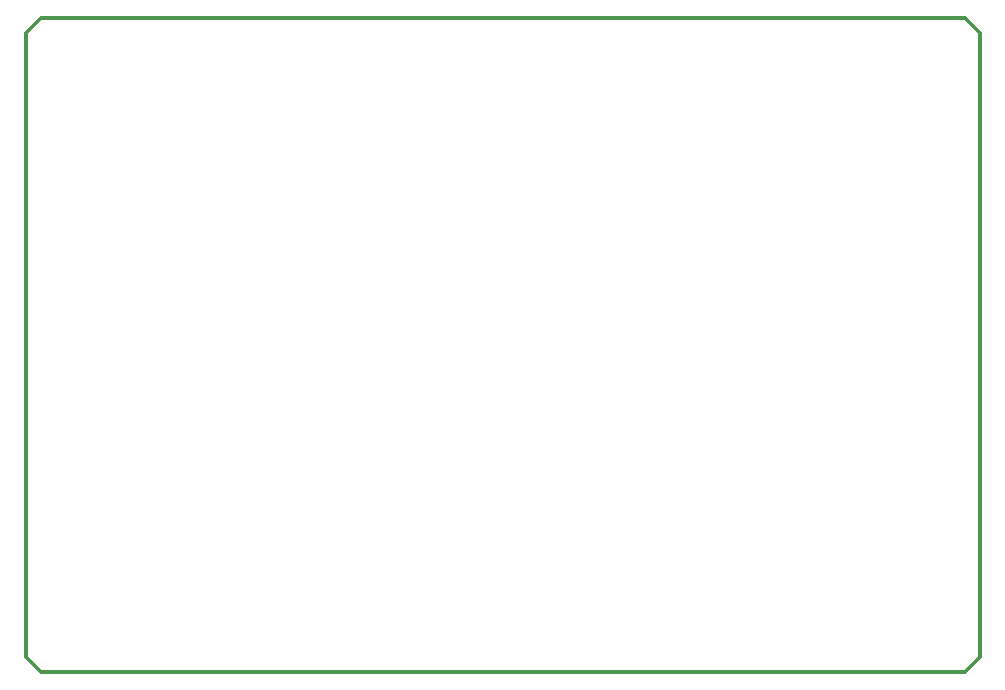
<source format=gbr>
G04 (created by PCBNEW (2013-june-11)-stable) date dom 09 feb 2014 10:49:42 CET*
%MOIN*%
G04 Gerber Fmt 3.4, Leading zero omitted, Abs format*
%FSLAX34Y34*%
G01*
G70*
G90*
G04 APERTURE LIST*
%ADD10C,0.00393701*%
%ADD11C,0.011811*%
G04 APERTURE END LIST*
G54D10*
G54D11*
X51180Y-29920D02*
X20380Y-29920D01*
X51680Y-8620D02*
X51680Y-29420D01*
X20380Y-8120D02*
X51180Y-8120D01*
X19880Y-29420D02*
X19880Y-8620D01*
X19880Y-8620D02*
X20380Y-8120D01*
X20380Y-29920D02*
X19880Y-29420D01*
X51180Y-29920D02*
X51680Y-29420D01*
X51180Y-8120D02*
X51680Y-8620D01*
M02*

</source>
